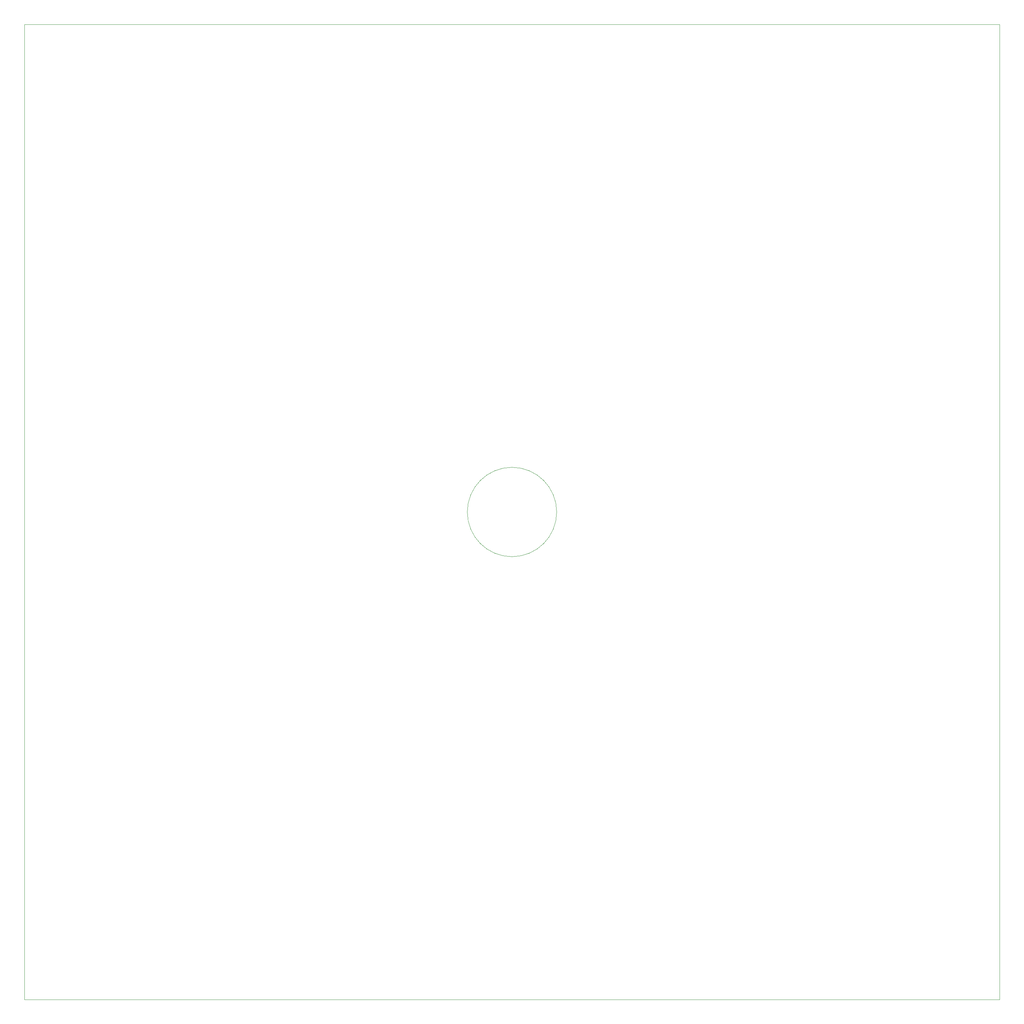
<source format=gm1>
G04 #@! TF.GenerationSoftware,KiCad,Pcbnew,8.0.5*
G04 #@! TF.CreationDate,2024-10-14T18:30:02-05:00*
G04 #@! TF.ProjectId,morg_grad_cap,6d6f7267-5f67-4726-9164-5f6361702e6b,rev?*
G04 #@! TF.SameCoordinates,Original*
G04 #@! TF.FileFunction,Profile,NP*
%FSLAX46Y46*%
G04 Gerber Fmt 4.6, Leading zero omitted, Abs format (unit mm)*
G04 Created by KiCad (PCBNEW 8.0.5) date 2024-10-14 18:30:02*
%MOMM*%
%LPD*%
G01*
G04 APERTURE LIST*
G04 #@! TA.AperFunction,Profile*
%ADD10C,0.050000*%
G04 #@! TD*
G04 #@! TA.AperFunction,Profile*
%ADD11C,0.100000*%
G04 #@! TD*
G04 APERTURE END LIST*
D10*
X0Y0D02*
X240000000Y0D01*
X240000000Y-240000000D01*
X0Y-240000000D01*
X0Y0D01*
D11*
X131000000Y-120000000D02*
G75*
G02*
X109000000Y-120000000I-11000000J0D01*
G01*
X109000000Y-120000000D02*
G75*
G02*
X131000000Y-120000000I11000000J0D01*
G01*
M02*

</source>
